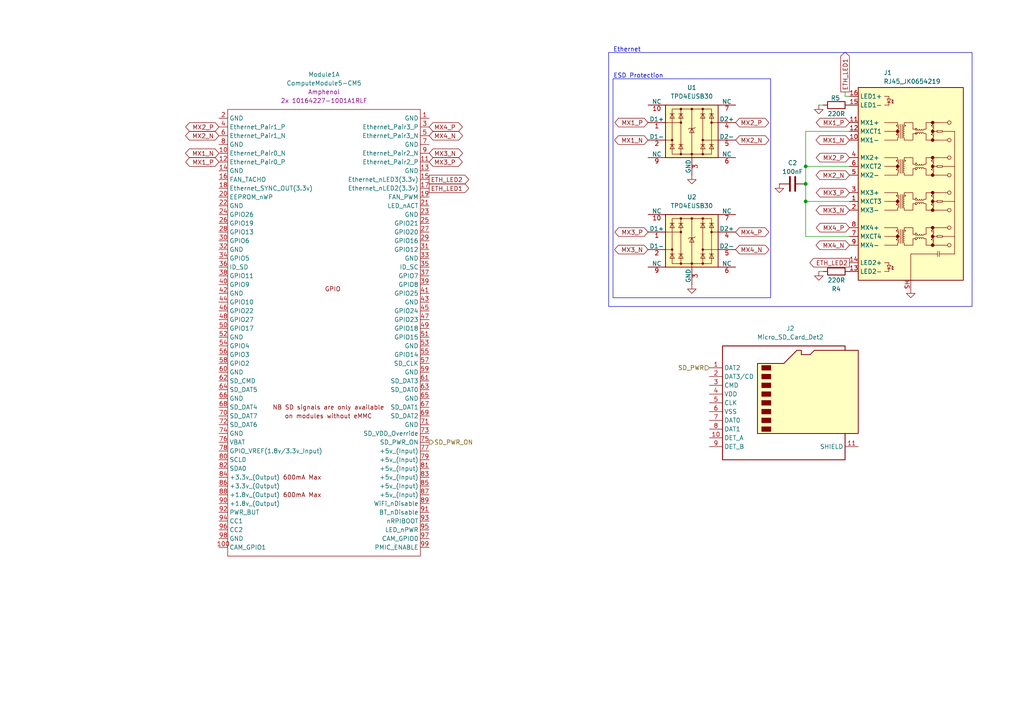
<source format=kicad_sch>
(kicad_sch (version 20231120) (generator "eeschema") (generator_version "8.0")
  (paper "A4")
  (lib_symbols
    (symbol "CM5:ComputeModule5-CM5"
      (property "Reference" "Module" (at 113.03 -68.58 0))
      (property "Value" "ComputeModule5-CM5" (at 140.97 2.54 0))
      (property "Field4" "Amphenol" (at 0 0 0))
      (property "Field5" "2x 10164227-1001A1RLF" (at 0 -2.54 0))
      (symbol "ComputeModule5-CM5_1_0"
        (text "GPIO" (at 0 6.35 0) (effects (font (size 1.27 1.27))))
      )
      (symbol "ComputeModule5-CM5_1_1"
        (rectangle (start -30.48 -71.12) (end 25.4 58.42))
        (text "600mA Max" (at -8.89 -53.34 0) (effects (font (size 1.27 1.27))))
        (text "600mA Max" (at -8.89 -48.26 0) (effects (font (size 1.27 1.27))))
        (text "NB SD signals are only available" (at -1.27 -27.94 0) (effects (font (size 1.27 1.27))))
        (text "on modules without eMMC" (at -1.27 -30.48 0) (effects (font (size 1.27 1.27))))
        (pin power_in line (at 27.94 55.88 180) (length 2.54) (name "GND") (number "1"))
        (pin passive line (at -33.02 45.72 0) (length 2.54) (name "Ethernet_Pair0_N") (number "10"))
        (pin passive line (at -33.02 -68.58 0) (length 2.54) (name "CAM_GPIO1") (number "100"))
        (pin passive line (at 27.94 43.18 180) (length 2.54) (name "Ethernet_Pair2_P") (number "11"))
        (pin passive line (at -33.02 43.18 0) (length 2.54) (name "Ethernet_Pair0_P") (number "12"))
        (pin power_in line (at 27.94 40.64 180) (length 2.54) (name "GND") (number "13"))
        (pin power_in line (at -33.02 40.64 0) (length 2.54) (name "GND") (number "14"))
        (pin output line (at 27.94 38.1 180) (length 2.54) (name "Ethernet_nLED3(3.3v)") (number "15"))
        (pin input line (at -33.02 38.1 0) (length 2.54) (name "FAN_TACHO") (number "16"))
        (pin output line (at 27.94 35.56 180) (length 2.54) (name "Ethernet_nLED2(3.3v)") (number "17"))
        (pin input line (at -33.02 35.56 0) (length 2.54) (name "Ethernet_SYNC_OUT(3.3v)") (number "18"))
        (pin output line (at 27.94 33.02 180) (length 2.54) (name "FAN_PWM") (number "19"))
        (pin power_in line (at -33.02 55.88 0) (length 2.54) (name "GND") (number "2"))
        (pin passive line (at -33.02 33.02 0) (length 2.54) (name "EEPROM_nWP") (number "20"))
        (pin open_collector line (at 27.94 30.48 180) (length 2.54) (name "LED_nACT") (number "21"))
        (pin power_in line (at -33.02 30.48 0) (length 2.54) (name "GND") (number "22"))
        (pin power_in line (at 27.94 27.94 180) (length 2.54) (name "GND") (number "23"))
        (pin passive line (at -33.02 27.94 0) (length 2.54) (name "GPIO26") (number "24"))
        (pin passive line (at 27.94 25.4 180) (length 2.54) (name "GPIO21") (number "25"))
        (pin passive line (at -33.02 25.4 0) (length 2.54) (name "GPIO19") (number "26"))
        (pin passive line (at 27.94 22.86 180) (length 2.54) (name "GPIO20") (number "27"))
        (pin passive line (at -33.02 22.86 0) (length 2.54) (name "GPIO13") (number "28"))
        (pin passive line (at 27.94 20.32 180) (length 2.54) (name "GPIO16") (number "29"))
        (pin passive line (at 27.94 53.34 180) (length 2.54) (name "Ethernet_Pair3_P") (number "3"))
        (pin passive line (at -33.02 20.32 0) (length 2.54) (name "GPIO6") (number "30"))
        (pin passive line (at 27.94 17.78 180) (length 2.54) (name "GPIO12") (number "31"))
        (pin power_in line (at -33.02 17.78 0) (length 2.54) (name "GND") (number "32"))
        (pin power_in line (at 27.94 15.24 180) (length 2.54) (name "GND") (number "33"))
        (pin passive line (at -33.02 15.24 0) (length 2.54) (name "GPIO5") (number "34"))
        (pin passive line (at 27.94 12.7 180) (length 2.54) (name "ID_SC") (number "35"))
        (pin passive line (at -33.02 12.7 0) (length 2.54) (name "ID_SD") (number "36"))
        (pin passive line (at 27.94 10.16 180) (length 2.54) (name "GPIO7") (number "37"))
        (pin passive line (at -33.02 10.16 0) (length 2.54) (name "GPIO11") (number "38"))
        (pin passive line (at 27.94 7.62 180) (length 2.54) (name "GPIO8") (number "39"))
        (pin passive line (at -33.02 53.34 0) (length 2.54) (name "Ethernet_Pair1_P") (number "4"))
        (pin passive line (at -33.02 7.62 0) (length 2.54) (name "GPIO9") (number "40"))
        (pin passive line (at 27.94 5.08 180) (length 2.54) (name "GPIO25") (number "41"))
        (pin power_in line (at -33.02 5.08 0) (length 2.54) (name "GND") (number "42"))
        (pin power_in line (at 27.94 2.54 180) (length 2.54) (name "GND") (number "43"))
        (pin passive line (at -33.02 2.54 0) (length 2.54) (name "GPIO10") (number "44"))
        (pin passive line (at 27.94 0 180) (length 2.54) (name "GPIO24") (number "45"))
        (pin passive line (at -33.02 0 0) (length 2.54) (name "GPIO22") (number "46"))
        (pin passive line (at 27.94 -2.54 180) (length 2.54) (name "GPIO23") (number "47"))
        (pin passive line (at -33.02 -2.54 0) (length 2.54) (name "GPIO27") (number "48"))
        (pin passive line (at 27.94 -5.08 180) (length 2.54) (name "GPIO18") (number "49"))
        (pin passive line (at 27.94 50.8 180) (length 2.54) (name "Ethernet_Pair3_N") (number "5"))
        (pin passive line (at -33.02 -5.08 0) (length 2.54) (name "GPIO17") (number "50"))
        (pin passive line (at 27.94 -7.62 180) (length 2.54) (name "GPIO15") (number "51"))
        (pin power_in line (at -33.02 -7.62 0) (length 2.54) (name "GND") (number "52"))
        (pin power_in line (at 27.94 -10.16 180) (length 2.54) (name "GND") (number "53"))
        (pin passive line (at -33.02 -10.16 0) (length 2.54) (name "GPIO4") (number "54"))
        (pin passive line (at 27.94 -12.7 180) (length 2.54) (name "GPIO14") (number "55"))
        (pin passive line (at -33.02 -12.7 0) (length 2.54) (name "GPIO3") (number "56"))
        (pin passive line (at 27.94 -15.24 180) (length 2.54) (name "SD_CLK") (number "57"))
        (pin passive line (at -33.02 -15.24 0) (length 2.54) (name "GPIO2") (number "58"))
        (pin power_in line (at 27.94 -17.78 180) (length 2.54) (name "GND") (number "59"))
        (pin passive line (at -33.02 50.8 0) (length 2.54) (name "Ethernet_Pair1_N") (number "6"))
        (pin power_in line (at -33.02 -17.78 0) (length 2.54) (name "GND") (number "60"))
        (pin passive line (at 27.94 -20.32 180) (length 2.54) (name "SD_DAT3") (number "61"))
        (pin passive line (at -33.02 -20.32 0) (length 2.54) (name "SD_CMD") (number "62"))
        (pin passive line (at 27.94 -22.86 180) (length 2.54) (name "SD_DAT0") (number "63"))
        (pin passive line (at -33.02 -22.86 0) (length 2.54) (name "SD_DAT5") (number "64"))
        (pin power_in line (at 27.94 -25.4 180) (length 2.54) (name "GND") (number "65"))
        (pin power_in line (at -33.02 -25.4 0) (length 2.54) (name "GND") (number "66"))
        (pin passive line (at 27.94 -27.94 180) (length 2.54) (name "SD_DAT1") (number "67"))
        (pin passive line (at -33.02 -27.94 0) (length 2.54) (name "SD_DAT4") (number "68"))
        (pin passive line (at 27.94 -30.48 180) (length 2.54) (name "SD_DAT2") (number "69"))
        (pin power_in line (at 27.94 48.26 180) (length 2.54) (name "GND") (number "7"))
        (pin passive line (at -33.02 -30.48 0) (length 2.54) (name "SD_DAT7") (number "70"))
        (pin power_in line (at 27.94 -33.02 180) (length 2.54) (name "GND") (number "71"))
        (pin passive line (at -33.02 -33.02 0) (length 2.54) (name "SD_DAT6") (number "72"))
        (pin input line (at 27.94 -35.56 180) (length 2.54) (name "SD_VDD_Override") (number "73"))
        (pin power_in line (at -33.02 -35.56 0) (length 2.54) (name "GND") (number "74"))
        (pin output line (at 27.94 -38.1 180) (length 2.54) (name "SD_PWR_ON") (number "75"))
        (pin passive line (at -33.02 -38.1 0) (length 2.54) (name "VBAT") (number "76"))
        (pin power_in line (at 27.94 -40.64 180) (length 2.54) (name "+5v_(Input)") (number "77"))
        (pin power_in line (at -33.02 -40.64 0) (length 2.54) (name "GPIO_VREF(1.8v/3.3v_Input)") (number "78"))
        (pin power_in line (at 27.94 -43.18 180) (length 2.54) (name "+5v_(Input)") (number "79"))
        (pin power_in line (at -33.02 48.26 0) (length 2.54) (name "GND") (number "8"))
        (pin passive line (at -33.02 -43.18 0) (length 2.54) (name "SCL0") (number "80"))
        (pin power_in line (at 27.94 -45.72 180) (length 2.54) (name "+5v_(Input)") (number "81"))
        (pin passive line (at -33.02 -45.72 0) (length 2.54) (name "SDA0") (number "82"))
        (pin power_in line (at 27.94 -48.26 180) (length 2.54) (name "+5v_(Input)") (number "83"))
        (pin power_out line (at -33.02 -48.26 0) (length 2.54) (name "+3.3v_(Output)") (number "84"))
        (pin power_in line (at 27.94 -50.8 180) (length 2.54) (name "+5v_(Input)") (number "85"))
        (pin passive line (at -33.02 -50.8 0) (length 2.54) (name "+3.3v_(Output)") (number "86"))
        (pin power_in line (at 27.94 -53.34 180) (length 2.54) (name "+5v_(Input)") (number "87"))
        (pin power_out line (at -33.02 -53.34 0) (length 2.54) (name "+1.8v_(Output)") (number "88"))
        (pin input line (at 27.94 -55.88 180) (length 2.54) (name "WiFi_nDisable") (number "89"))
        (pin passive line (at 27.94 45.72 180) (length 2.54) (name "Ethernet_Pair2_N") (number "9"))
        (pin passive line (at -33.02 -55.88 0) (length 2.54) (name "+1.8v_(Output)") (number "90"))
        (pin input line (at 27.94 -58.42 180) (length 2.54) (name "BT_nDisable") (number "91"))
        (pin passive line (at -33.02 -58.42 0) (length 2.54) (name "PWR_BUT") (number "92"))
        (pin input line (at 27.94 -60.96 180) (length 2.54) (name "nRPIBOOT") (number "93"))
        (pin passive line (at -33.02 -60.96 0) (length 2.54) (name "CC1") (number "94"))
        (pin output line (at 27.94 -63.5 180) (length 2.54) (name "LED_nPWR") (number "95"))
        (pin passive line (at -33.02 -63.5 0) (length 2.54) (name "CC2") (number "96"))
        (pin passive line (at 27.94 -66.04 180) (length 2.54) (name "CAM_GPIO0") (number "97"))
        (pin power_in line (at -33.02 -66.04 0) (length 2.54) (name "GND") (number "98"))
        (pin input line (at 27.94 -68.58 180) (length 2.54) (name "PMIC_ENABLE") (number "99"))
      )
      (symbol "ComputeModule5-CM5_2_1"
        (rectangle (start 114.3 -66.04) (end 165.1 63.5))
        (text "High Speed Serial" (at 140.97 0 0) (effects (font (size 1.27 1.27))))
        (pin input line (at 170.18 60.96 180) (length 5.08) (name "USB_OTG_ID") (number "101"))
        (pin input line (at 109.22 60.96 0) (length 5.08) (name "PCIe_nCLKREQ") (number "102"))
        (pin passive line (at 170.18 58.42 180) (length 5.08) (name "USB2_N") (number "103"))
        (pin input line (at 109.22 58.42 0) (length 5.08) (name "PCIE_nWAKE") (number "104"))
        (pin passive line (at 170.18 55.88 180) (length 5.08) (name "USB2_P") (number "105"))
        (pin output line (at 109.22 55.88 0) (length 5.08) (name "PCIE_PWR_EN") (number "106"))
        (pin power_in line (at 170.18 53.34 180) (length 5.08) (name "GND") (number "107"))
        (pin power_in line (at 109.22 53.34 0) (length 5.08) (name "GND") (number "108"))
        (pin output line (at 170.18 50.8 180) (length 5.08) (name "PCIe_nRST") (number "109"))
        (pin output line (at 109.22 50.8 0) (length 5.08) (name "PCIe_CLK_P") (number "110"))
        (pin output line (at 170.18 48.26 180) (length 5.08) (name "VBUS_EN") (number "111"))
        (pin output line (at 109.22 48.26 0) (length 5.08) (name "PCIe_CLK_N") (number "112"))
        (pin power_in line (at 170.18 45.72 180) (length 5.08) (name "GND") (number "113"))
        (pin power_in line (at 109.22 45.72 0) (length 5.08) (name "GND") (number "114"))
        (pin input line (at 170.18 43.18 180) (length 5.08) (name "MIPI0_D0_N") (number "115"))
        (pin input line (at 109.22 43.18 0) (length 5.08) (name "PCIe_RX_P") (number "116"))
        (pin input line (at 170.18 40.64 180) (length 5.08) (name "MIPI0_D0_P") (number "117"))
        (pin input line (at 109.22 40.64 0) (length 5.08) (name "PCIe_RX_N") (number "118"))
        (pin power_in line (at 170.18 38.1 180) (length 5.08) (name "GND") (number "119"))
        (pin power_in line (at 109.22 38.1 0) (length 5.08) (name "GND") (number "120"))
        (pin input line (at 170.18 35.56 180) (length 5.08) (name "MIPI0_D1_N") (number "121"))
        (pin output line (at 109.22 35.56 0) (length 5.08) (name "PCIe_TX_P") (number "122"))
        (pin input line (at 170.18 33.02 180) (length 5.08) (name "MIPI0_D1_P") (number "123"))
        (pin output line (at 109.22 33.02 0) (length 5.08) (name "PCIe_TX_N") (number "124"))
        (pin power_in line (at 170.18 30.48 180) (length 5.08) (name "GND") (number "125"))
        (pin power_in line (at 109.22 30.48 0) (length 5.08) (name "GND") (number "126"))
        (pin input line (at 170.18 27.94 180) (length 5.08) (name "MIPI0_C_N") (number "127"))
        (pin input line (at 109.22 27.94 0) (length 5.08) (name "USB3-0-RX_N") (number "128"))
        (pin input line (at 170.18 25.4 180) (length 5.08) (name "MIPI0_C_P") (number "129"))
        (pin input line (at 109.22 25.4 0) (length 5.08) (name "USB3-0-RX_P") (number "130"))
        (pin power_in line (at 170.18 22.86 180) (length 5.08) (name "GND") (number "131"))
        (pin power_in line (at 109.22 22.86 0) (length 5.08) (name "GND") (number "132"))
        (pin input line (at 170.18 20.32 180) (length 5.08) (name "MIPI0_D2_N") (number "133"))
        (pin passive line (at 109.22 20.32 0) (length 5.08) (name "USB3-0-D_P") (number "134"))
        (pin input line (at 170.18 17.78 180) (length 5.08) (name "MIPI0_D2_P") (number "135"))
        (pin passive line (at 109.22 17.78 0) (length 5.08) (name "USB3-0-D_N") (number "136"))
        (pin power_in line (at 170.18 15.24 180) (length 5.08) (name "GND") (number "137"))
        (pin power_in line (at 109.22 15.24 0) (length 5.08) (name "GND") (number "138"))
        (pin input line (at 170.18 12.7 180) (length 5.08) (name "MIPI0_D3_N") (number "139"))
        (pin output line (at 109.22 12.7 0) (length 5.08) (name "USB3-0-TX_N") (number "140"))
        (pin input line (at 170.18 10.16 180) (length 5.08) (name "MIPI0_D3_P") (number "141"))
        (pin output line (at 109.22 10.16 0) (length 5.08) (name "USB3-0-TX_P") (number "142"))
        (pin input line (at 170.18 7.62 180) (length 5.08) (name "HDMI1_HOTPLUG") (number "143"))
        (pin power_in line (at 109.22 7.62 0) (length 5.08) (name "GND") (number "144"))
        (pin bidirectional line (at 170.18 5.08 180) (length 5.08) (name "HDMI1_SDA") (number "145"))
        (pin output line (at 109.22 5.08 0) (length 5.08) (name "HDMI1_TX2_P") (number "146"))
        (pin open_collector line (at 170.18 2.54 180) (length 5.08) (name "HDMI1_SCL") (number "147"))
        (pin output line (at 109.22 2.54 0) (length 5.08) (name "HDMI1_TX2_N") (number "148"))
        (pin open_collector line (at 170.18 0 180) (length 5.08) (name "HDMI1_CEC") (number "149"))
        (pin power_in line (at 109.22 0 0) (length 5.08) (name "GND") (number "150"))
        (pin open_collector line (at 170.18 -2.54 180) (length 5.08) (name "HDMI0_CEC") (number "151"))
        (pin output line (at 109.22 -2.54 0) (length 5.08) (name "HDMI1_TX1_P") (number "152"))
        (pin input line (at 170.18 -5.08 180) (length 5.08) (name "HDMI0_HOTPLUG") (number "153"))
        (pin output line (at 109.22 -5.08 0) (length 5.08) (name "HDMI1_TX1_N") (number "154"))
        (pin power_in line (at 170.18 -7.62 180) (length 5.08) (name "GND") (number "155"))
        (pin power_in line (at 109.22 -7.62 0) (length 5.08) (name "GND") (number "156"))
        (pin input line (at 170.18 -10.16 180) (length 5.08) (name "USB3-1-RX_N") (number "157"))
        (pin output line (at 109.22 -10.16 0) (length 5.08) (name "HDMI1_TX0_P") (number "158"))
        (pin input line (at 170.18 -12.7 180) (length 5.08) (name "USB3-1-RX_P") (number "159"))
        (pin output line (at 109.22 -12.7 0) (length 5.08) (name "HDMI1_TX0_N") (number "160"))
        (pin power_in line (at 170.18 -15.24 180) (length 5.08) (name "GND") (number "161"))
        (pin power_in line (at 109.22 -15.24 0) (length 5.08) (name "GND") (number "162"))
        (pin passive line (at 170.18 -17.78 180) (length 5.08) (name "USB3-1-D_P") (number "163"))
        (pin output line (at 109.22 -17.78 0) (length 5.08) (name "HDMI1_CLK_P") (number "164"))
        (pin passive line (at 170.18 -20.32 180) (length 5.08) (name "USB3-1-D_N") (number "165"))
        (pin output line (at 109.22 -20.32 0) (length 5.08) (name "HDMI1_CLK_N") (number "166"))
        (pin power_in line (at 170.18 -22.86 180) (length 5.08) (name "GND") (number "167"))
        (pin power_in line (at 109.22 -22.86 0) (length 5.08) (name "GND") (number "168"))
        (pin output line (at 170.18 -25.4 180) (length 5.08) (name "USB3-1-TX_N") (number "169"))
        (pin output line (at 109.22 -25.4 0) (length 5.08) (name "HDMI0_TX2_P") (number "170"))
        (pin output line (at 170.18 -27.94 180) (length 5.08) (name "USB3-1-TX_P") (number "171"))
        (pin output line (at 109.22 -27.94 0) (length 5.08) (name "HDMI0_TX2_N") (number "172"))
        (pin power_in line (at 170.18 -30.48 180) (length 5.08) (name "GND") (number "173"))
        (pin power_in line (at 109.22 -30.48 0) (length 5.08) (name "GND") (number "174"))
        (pin output line (at 170.18 -33.02 180) (length 5.08) (name "MIPI1_D0_N") (number "175"))
        (pin output line (at 109.22 -33.02 0) (length 5.08) (name "HDMI0_TX1_P") (number "176"))
        (pin output line (at 170.18 -35.56 180) (length 5.08) (name "MIPI1_D0_P") (number "177"))
        (pin output line (at 109.22 -35.56 0) (length 5.08) (name "HDMI0_TX1_N") (number "178"))
        (pin power_in line (at 170.18 -38.1 180) (length 5.08) (name "GND") (number "179"))
        (pin power_in line (at 109.22 -38.1 0) (length 5.08) (name "GND") (number "180"))
        (pin output line (at 170.18 -40.64 180) (length 5.08) (name "MIPI1_D1_N") (number "181"))
        (pin output line (at 109.22 -40.64 0) (length 5.08) (name "HDMI0_TX0_P") (number "182"))
        (pin output line (at 170.18 -43.18 180) (length 5.08) (name "MIPI1_D1_P") (number "183"))
        (pin output line (at 109.22 -43.18 0) (length 5.08) (name "HDMI0_TX0_N") (number "184"))
        (pin power_in line (at 170.18 -45.72 180) (length 5.08) (name "GND") (number "185"))
        (pin power_in line (at 109.22 -45.72 0) (length 5.08) (name "GND") (number "186"))
        (pin output line (at 170.18 -48.26 180) (length 5.08) (name "MIPI1_C_N") (number "187"))
        (pin output line (at 109.22 -48.26 0) (length 5.08) (name "HDMI0_CLK_P") (number "188"))
        (pin output line (at 170.18 -50.8 180) (length 5.08) (name "MIPI1_C_P") (number "189"))
        (pin output line (at 109.22 -50.8 0) (length 5.08) (name "HDMI0_CLK_N") (number "190"))
        (pin power_in line (at 170.18 -53.34 180) (length 5.08) (name "GND") (number "191"))
        (pin power_in line (at 109.22 -53.34 0) (length 5.08) (name "GND") (number "192"))
        (pin output line (at 170.18 -55.88 180) (length 5.08) (name "MIPI1_D2_N") (number "193"))
        (pin output line (at 109.22 -55.88 0) (length 5.08) (name "MIPI1_D3_N") (number "194"))
        (pin output line (at 170.18 -58.42 180) (length 5.08) (name "MIPI1_D2_P") (number "195"))
        (pin output line (at 109.22 -58.42 0) (length 5.08) (name "MIPI1_D3_P") (number "196"))
        (pin power_in line (at 170.18 -60.96 180) (length 5.08) (name "GND") (number "197"))
        (pin power_in line (at 109.22 -60.96 0) (length 5.08) (name "GND") (number "198"))
        (pin bidirectional line (at 170.18 -63.5 180) (length 5.08) (name "HDMI0_SDA") (number "199"))
        (pin open_collector line (at 109.22 -63.5 0) (length 5.08) (name "HDMI0_SCL") (number "200"))
      )
    )
    (symbol "Connector:Micro_SD_Card_Det2"
      (property "Reference" "J" (at -16.51 17.78 0))
      (property "Value" "Micro_SD_Card_Det2" (at 16.51 17.78 0))
      (symbol "Micro_SD_Card_Det2_0_1"
        (rectangle (start -7.62 -6.985) (end -5.08 -8.255) (stroke (width 0.254)) (fill (type outline)))
        (rectangle (start -7.62 -4.445) (end -5.08 -5.715) (stroke (width 0.254)) (fill (type outline)))
        (rectangle (start -7.62 -1.905) (end -5.08 -3.175) (stroke (width 0.254)) (fill (type outline)))
        (rectangle (start -7.62 0.635) (end -5.08 -0.635) (stroke (width 0.254)) (fill (type outline)))
        (rectangle (start -7.62 3.175) (end -5.08 1.905) (stroke (width 0.254)) (fill (type outline)))
        (rectangle (start -7.62 5.715) (end -5.08 4.445) (stroke (width 0.254)) (fill (type outline)))
        (rectangle (start -7.62 8.255) (end -5.08 6.985) (stroke (width 0.254)) (fill (type outline)))
        (rectangle (start -7.62 10.795) (end -5.08 9.525) (stroke (width 0.254)) (fill (type outline)))
        (polyline (pts (xy 16.51 15.24) (xy 16.51 16.51) (xy -19.05 16.51) (xy -19.05 -16.51) (xy 16.51 -16.51) (xy 16.51 -8.89)) (stroke (width 0.254)))
        (polyline (pts (xy -8.89 -8.89) (xy -8.89 11.43) (xy -1.27 11.43) (xy 2.54 15.24) (xy 3.81 15.24) (xy 3.81 13.97) (xy 6.35 13.97) (xy 7.62 15.24) (xy 20.32 15.24) (xy 20.32 -8.89) (xy -8.89 -8.89)) (stroke (width 0.254)) (fill (type background)))
      )
      (symbol "Micro_SD_Card_Det2_1_1"
        (pin bidirectional line (at -22.86 10.16 0) (length 3.81) (name "DAT2") (number "1"))
        (pin passive line (at -22.86 -10.16 0) (length 3.81) (name "DET_A") (number "10"))
        (pin passive line (at 20.32 -12.7 180) (length 3.81) (name "SHIELD") (number "11"))
        (pin bidirectional line (at -22.86 7.62 0) (length 3.81) (name "DAT3/CD") (number "2"))
        (pin input line (at -22.86 5.08 0) (length 3.81) (name "CMD") (number "3"))
        (pin power_in line (at -22.86 2.54 0) (length 3.81) (name "VDD") (number "4"))
        (pin input line (at -22.86 0 0) (length 3.81) (name "CLK") (number "5"))
        (pin power_in line (at -22.86 -2.54 0) (length 3.81) (name "VSS") (number "6"))
        (pin bidirectional line (at -22.86 -5.08 0) (length 3.81) (name "DAT0") (number "7"))
        (pin bidirectional line (at -22.86 -7.62 0) (length 3.81) (name "DAT1") (number "8"))
        (pin passive line (at -22.86 -12.7 0) (length 3.81) (name "DET_B") (number "9"))
      )
    )
    (symbol "Connector:RJ45_JK0654219"
      (property "Reference" "J" (at -15.24 29.21 0))
      (property "Value" "RJ45_JK0654219" (at 10.16 29.21 0))
      (symbol "RJ45_JK0654219_0_0"
        (circle (center -3.81 -15.24) (radius 0.0001) (stroke (width 0.508)))
        (circle (center -3.81 -5.08) (radius 0.0001) (stroke (width 0.508)))
        (circle (center -3.81 5.08) (radius 0.0001) (stroke (width 0.508)))
        (circle (center -3.81 15.24) (radius 0.0001) (stroke (width 0.508)))
        (circle (center 6.35 -17.78) (radius 0.0001) (stroke (width 0.508)))
        (circle (center 6.35 -15.24) (radius 0.0001) (stroke (width 0.508)))
        (circle (center 6.35 -12.7) (radius 0.0001) (stroke (width 0.508)))
        (circle (center 6.35 -7.62) (radius 0.0001) (stroke (width 0.508)))
        (circle (center 6.35 -5.08) (radius 0.0001) (stroke (width 0.508)))
        (circle (center 6.35 -2.54) (radius 0.0001) (stroke (width 0.508)))
        (circle (center 6.35 2.54) (radius 0.0001) (stroke (width 0.508)))
        (circle (center 6.35 5.08) (radius 0.0001) (stroke (width 0.508)))
        (circle (center 6.35 7.62) (radius 0.0001) (stroke (width 0.508)))
        (circle (center 6.35 12.7) (radius 0.0001) (stroke (width 0.508)))
        (circle (center 6.35 15.24) (radius 0.0001) (stroke (width 0.508)))
        (circle (center 6.35 17.78) (radius 0.0001) (stroke (width 0.508)))
      )
      (symbol "RJ45_JK0654219_0_1"
        (rectangle (start -15.24 27.94) (end 15.24 -27.94) (stroke (width 0.254)) (fill (type background)))
        (circle (center -4.064 -16.129) (radius 0.127) (fill (type outline)))
        (circle (center -4.064 -13.589) (radius 0.127) (fill (type outline)))
        (circle (center -4.064 -5.969) (radius 0.127) (fill (type outline)))
        (circle (center -4.064 -3.429) (radius 0.127) (fill (type outline)))
        (circle (center -4.064 4.191) (radius 0.127) (fill (type outline)))
        (circle (center -4.064 6.731) (radius 0.127) (fill (type outline)))
        (circle (center -4.064 14.351) (radius 0.127) (fill (type outline)))
        (circle (center -4.064 16.891) (radius 0.127) (fill (type outline)))
        (arc (start -3.81 -17.145) (mid -3.5052 -16.8402) (end -3.81 -16.51))
        (arc (start -3.81 -16.51) (mid -3.5052 -16.2052) (end -3.81 -15.875))
        (arc (start -3.81 -14.605) (mid -3.5052 -14.3002) (end -3.81 -13.97))
        (arc (start -3.81 -13.97) (mid -3.5052 -13.6652) (end -3.81 -13.335))
        (arc (start -3.81 -6.985) (mid -3.5052 -6.6802) (end -3.81 -6.35))
        (arc (start -3.81 -6.35) (mid -3.5052 -6.0452) (end -3.81 -5.715))
        (arc (start -3.81 -4.445) (mid -3.5052 -4.1402) (end -3.81 -3.81))
        (arc (start -3.81 -3.81) (mid -3.5052 -3.5052) (end -3.81 -3.175))
        (arc (start -3.81 3.175) (mid -3.5052 3.4798) (end -3.81 3.81))
        (arc (start -3.81 3.81) (mid -3.5052 4.1148) (end -3.81 4.445))
        (arc (start -3.81 5.715) (mid -3.5052 6.0198) (end -3.81 6.35))
        (arc (start -3.81 6.35) (mid -3.5052 6.6548) (end -3.81 6.985))
        (arc (start -3.81 13.335) (mid -3.5052 13.6398) (end -3.81 13.97))
        (arc (start -3.81 13.97) (mid -3.5052 14.2748) (end -3.81 14.605))
        (arc (start -3.81 15.875) (mid -3.5052 16.1798) (end -3.81 16.51))
        (arc (start -3.81 16.51) (mid -3.5052 16.8148) (end -3.81 17.145))
        (arc (start -1.905 -16.51) (mid -2.2098 -16.8148) (end -1.905 -17.145))
        (arc (start -1.905 -15.875) (mid -2.2098 -16.1798) (end -1.905 -16.51))
        (arc (start -1.905 -15.24) (mid -2.2098 -15.5448) (end -1.905 -15.875))
        (arc (start -1.905 -14.605) (mid -2.2098 -14.9098) (end -1.905 -15.24))
        (arc (start -1.905 -13.97) (mid -2.2098 -14.2748) (end -1.905 -14.605))
        (arc (start -1.905 -13.335) (mid -2.2098 -13.6398) (end -1.905 -13.97))
        (arc (start -1.905 -6.35) (mid -2.2098 -6.6548) (end -1.905 -6.985))
        (arc (start -1.905 -5.715) (mid -2.2098 -6.0198) (end -1.905 -6.35))
        (arc (start -1.905 -5.08) (mid -2.2098 -5.3848) (end -1.905 -5.715))
        (arc (start -1.905 -4.445) (mid -2.2098 -4.7498) (end -1.905 -5.08))
        (arc (start -1.905 -3.81) (mid -2.2098 -4.1148) (end -1.905 -4.445))
        (arc (start -1.905 -3.175) (mid -2.2098 -3.4798) (end -1.905 -3.81))
        (arc (start -1.905 3.81) (mid -2.2098 3.5052) (end -1.905 3.175))
        (arc (start -1.905 4.445) (mid -2.2098 4.1402) (end -1.905 3.81))
        (arc (start -1.905 5.08) (mid -2.2098 4.7752) (end -1.905 4.445))
        (arc (start -1.905 5.715) (mid -2.2098 5.4102) (end -1.905 5.08))
        (arc (start -1.905 6.35) (mid -2.2098 6.0452) (end -1.905 5.715))
        (arc (start -1.905 6.985) (mid -2.2098 6.6802) (end -1.905 6.35))
        (arc (start -1.905 13.97) (mid -2.2098 13.6652) (end -1.905 13.335))
        (arc (start -1.905 14.605) (mid -2.2098 14.3002) (end -1.905 13.97))
        (arc (start -1.905 15.24) (mid -2.2098 14.9352) (end -1.905 14.605))
        (arc (start -1.905 15.875) (mid -2.2098 15.5702) (end -1.905 15.24))
        (arc (start -1.905 16.51) (mid -2.2098 16.2052) (end -1.905 15.875))
        (arc (start -1.905 17.145) (mid -2.2098 16.8402) (end -1.905 16.51))
        (circle (center -1.651 -13.589) (radius 0.127) (fill (type outline)))
        (circle (center -1.651 -3.429) (radius 0.127) (fill (type outline)))
        (circle (center -1.651 6.731) (radius 0.127) (fill (type outline)))
        (circle (center -1.651 16.891) (radius 0.127) (fill (type outline)))
        (polyline (pts (xy -7.62 -17.78) (xy -3.81 -17.78)))
        (polyline (pts (xy -7.62 -15.24) (xy -6.35 -15.24)))
        (polyline (pts (xy -7.62 -12.7) (xy -3.81 -12.7)))
        (polyline (pts (xy -7.62 -7.62) (xy -3.81 -7.62)))
        (polyline (pts (xy -7.62 -5.08) (xy -6.35 -5.08)))
        (polyline (pts (xy -7.62 -2.54) (xy -3.81 -2.54)))
        (polyline (pts (xy -7.62 2.54) (xy -3.81 2.54)))
        (polyline (pts (xy -7.62 5.08) (xy -6.35 5.08)))
        (polyline (pts (xy -7.62 7.62) (xy -3.81 7.62)))
        (polyline (pts (xy -7.62 12.7) (xy -3.81 12.7)))
        (polyline (pts (xy -7.62 15.24) (xy -6.35 15.24)))
        (polyline (pts (xy -7.62 17.78) (xy -3.81 17.78)))
        (polyline (pts (xy -6.35 -15.24) (xy -3.81 -15.24)))
        (polyline (pts (xy -6.35 -5.08) (xy -3.81 -5.08)))
        (polyline (pts (xy -6.35 5.08) (xy -3.81 5.08)))
        (polyline (pts (xy -6.35 15.24) (xy -3.81 15.24)))
        (polyline (pts (xy -3.81 -17.78) (xy -3.81 -17.145)))
        (polyline (pts (xy -3.81 -15.24) (xy -3.81 -15.875)))
        (polyline (pts (xy -3.81 -15.24) (xy -3.81 -14.605)))
        (polyline (pts (xy -3.81 -12.7) (xy -3.81 -13.335)))
        (polyline (pts (xy -3.81 -7.62) (xy -3.81 -6.985)))
        (polyline (pts (xy -3.81 -5.08) (xy -3.81 -5.715)))
        (polyline (pts (xy -3.81 -5.08) (xy -3.81 -4.445)))
        (polyline (pts (xy -3.81 -2.54) (xy -3.81 -3.175)))
        (polyline (pts (xy -3.81 2.54) (xy -3.81 3.175)))
        (polyline (pts (xy -3.81 5.08) (xy -3.81 4.445)))
        (polyline (pts (xy -3.81 5.08) (xy -3.81 5.715)))
        (polyline (pts (xy -3.81 7.62) (xy -3.81 6.985)))
        (polyline (pts (xy -3.81 12.7) (xy -3.81 13.335)))
        (polyline (pts (xy -3.81 15.24) (xy -3.81 14.605)))
        (polyline (pts (xy -3.81 15.24) (xy -3.81 15.875)))
        (polyline (pts (xy -3.81 17.78) (xy -3.81 17.145)))
        (polyline (pts (xy -3.048 -17.272) (xy -3.048 -13.208)))
        (polyline (pts (xy -3.048 -7.112) (xy -3.048 -3.048)))
        (polyline (pts (xy -3.048 3.048) (xy -3.048 7.112)))
        (polyline (pts (xy -3.048 13.208) (xy -3.048 17.272)))
        (polyline (pts (xy -2.54 -17.272) (xy -2.54 -13.208)))
        (polyline (pts (xy -2.54 -7.112) (xy -2.54 -3.048)))
        (polyline (pts (xy -2.54 3.048) (xy -2.54 7.112)))
        (polyline (pts (xy -2.54 13.208) (xy -2.54 17.272)))
        (polyline (pts (xy 0.635 -14.605) (xy 1.27 -14.605)))
        (polyline (pts (xy 0.635 -4.445) (xy 1.27 -4.445)))
        (polyline (pts (xy 0.635 5.715) (xy 1.27 5.715)))
        (polyline (pts (xy 0.635 15.875) (xy 1.27 15.875)))
        (polyline (pts (xy 4.445 -17.78) (xy 5.715 -17.78)))
        (polyline (pts (xy 4.445 -12.7) (xy 5.715 -12.7)))
        (polyline (pts (xy 4.445 -7.62) (xy 5.715 -7.62)))
        (polyline (pts (xy 4.445 -2.54) (xy 5.715 -2.54)))
        (polyline (pts (xy 4.445 2.54) (xy 5.715 2.54)))
        (polyline (pts (xy 4.445 7.62) (xy 5.715 7.62)))
        (polyline (pts (xy 4.445 12.7) (xy 5.715 12.7)))
        (polyline (pts (xy 4.445 17.78) (xy 5.715 17.78)))
        (polyline (pts (xy 6.35 -15.24) (xy 6.35 -15.875)))
        (polyline (pts (xy 6.35 -15.24) (xy 6.35 -14.605)))
        (polyline (pts (xy 6.35 -5.08) (xy 6.35 -5.715)))
        (polyline (pts (xy 6.35 -5.08) (xy 6.35 -4.445)))
        (polyline (pts (xy 6.35 5.08) (xy 6.35 4.445)))
        (polyline (pts (xy 6.35 5.08) (xy 6.35 5.715)))
        (polyline (pts (xy 6.35 15.24) (xy 6.35 14.605)))
        (polyline (pts (xy 6.35 15.24) (xy 6.35 15.875)))
        (polyline (pts (xy 7.62 -17.78) (xy 6.35 -17.78)))
        (polyline (pts (xy 7.62 -17.78) (xy 10.668 -17.78)))
        (polyline (pts (xy 7.62 -15.24) (xy 6.35 -15.24)))
        (polyline (pts (xy 7.62 -12.7) (xy 6.35 -12.7)))
        (polyline (pts (xy 7.62 -12.7) (xy 10.668 -12.7)))
        (polyline (pts (xy 7.62 -7.62) (xy 6.35 -7.62)))
        (polyline (pts (xy 7.62 -7.62) (xy 10.668 -7.62)))
        (polyline (pts (xy 7.62 -5.08) (xy 6.35 -5.08)))
        (polyline (pts (xy 7.62 -2.54) (xy 6.35 -2.54)))
        (polyline (pts (xy 7.62 -2.54) (xy 10.668 -2.54)))
        (polyline (pts (xy 7.62 2.54) (xy 6.35 2.54)))
        (polyline (pts (xy 7.62 2.54) (xy 10.668 2.54)))
        (polyline (pts (xy 7.62 5.08) (xy 6.35 5.08)))
        (polyline (pts (xy 7.62 7.62) (xy 6.35 7.62)))
        (polyline (pts (xy 7.62 7.62) (xy 10.668 7.62)))
        (polyline (pts (xy 7.62 12.7) (xy 6.35 12.7)))
        (polyline (pts (xy 7.62 12.7) (xy 10.668 12.7)))
        (polyline (pts (xy 7.62 15.24) (xy 6.35 15.24)))
        (polyline (pts (xy 7.62 17.78) (xy 6.35 17.78)))
        (polyline (pts (xy 7.62 17.78) (xy 10.668 17.78)))
        (polyline (pts (xy 7.747 -19.558) (xy 7.747 -21.082)) (stroke (width 0.1524)))
        (polyline (pts (xy 8.255 -20.32) (xy 12.7 -20.32)))
        (polyline (pts (xy 8.255 -19.558) (xy 8.255 -21.082)) (stroke (width 0.1524)))
        (polyline (pts (xy 9.144 -15.24) (xy 12.7 -15.24)))
        (polyline (pts (xy 9.144 -5.08) (xy 12.7 -5.08)))
        (polyline (pts (xy 9.144 5.08) (xy 12.7 5.08)))
        (polyline (pts (xy 12.7 -20.32) (xy 12.7 15.24)))
        (polyline (pts (xy 12.7 15.24) (xy 9.144 15.24)))
        (polyline (pts (xy -1.905 -17.145) (xy -1.905 -17.78) (xy 0 -17.78)))
        (polyline (pts (xy -1.905 -13.335) (xy -1.905 -12.7) (xy 0 -12.7)))
        (polyline (pts (xy -1.905 -6.985) (xy -1.905 -7.62) (xy 0 -7.62)))
        (polyline (pts (xy -1.905 -3.175) (xy -1.905 -2.54) (xy 0 -2.54)))
        (polyline (pts (xy -1.905 3.175) (xy -1.905 2.54) (xy 0 2.54)))
        (polyline (pts (xy -1.905 6.985) (xy -1.905 7.62) (xy 0 7.62)))
        (polyline (pts (xy -1.905 13.335) (xy -1.905 12.7) (xy 0 12.7)))
        (polyline (pts (xy -1.905 17.145) (xy -1.905 17.78) (xy 0 17.78)))
        (polyline (pts (xy 0 -12.7) (xy 0.635 -12.7) (xy 0.635 -14.605)))
        (polyline (pts (xy 0 -2.54) (xy 0.635 -2.54) (xy 0.635 -4.445)))
        (polyline (pts (xy 0 7.62) (xy 0.635 7.62) (xy 0.635 5.715)))
        (polyline (pts (xy 0 17.78) (xy 0.635 17.78) (xy 0.635 15.875)))
        (polyline (pts (xy 3.81 -15.875) (xy 4.445 -15.875) (xy 4.445 -17.78)))
        (polyline (pts (xy 3.81 -14.605) (xy 4.445 -14.605) (xy 4.445 -12.7)))
        (polyline (pts (xy 3.81 -5.715) (xy 4.445 -5.715) (xy 4.445 -7.62)))
        (polyline (pts (xy 3.81 -4.445) (xy 4.445 -4.445) (xy 4.445 -2.54)))
        (polyline (pts (xy 3.81 4.445) (xy 4.445 4.445) (xy 4.445 2.54)))
        (polyline (pts (xy 3.81 5.715) (xy 4.445 5.715) (xy 4.445 7.62)))
        (polyline (pts (xy 3.81 14.605) (xy 4.445 14.605) (xy 4.445 12.7)))
        (polyline (pts (xy 3.81 15.875) (xy 4.445 15.875) (xy 4.445 17.78)))
        (polyline (pts (xy 5.715 -17.78) (xy 6.35 -17.78) (xy 6.35 -17.145)))
        (polyline (pts (xy 5.715 -12.7) (xy 6.35 -12.7) (xy 6.35 -13.335)))
        (polyline (pts (xy 5.715 -7.62) (xy 6.35 -7.62) (xy 6.35 -6.985)))
        (polyline (pts (xy 5.715 -2.54) (xy 6.35 -2.54) (xy 6.35 -3.175)))
        (polyline (pts (xy 5.715 2.54) (xy 6.35 2.54) (xy 6.35 3.175)))
        (polyline (pts (xy 5.715 7.62) (xy 6.35 7.62) (xy 6.35 6.985)))
        (polyline (pts (xy 5.715 12.7) (xy 6.35 12.7) (xy 6.35 13.335)))
        (polyline (pts (xy 5.715 17.78) (xy 6.35 17.78) (xy 6.35 17.145)))
        (polyline (pts (xy 7.747 -20.32) (xy 0 -20.32) (xy 0 -27.94)))
        (polyline (pts (xy 0 -17.78) (xy 0.635 -17.78) (xy 0.635 -15.875) (xy 1.27 -15.875)))
        (polyline (pts (xy 0 -7.62) (xy 0.635 -7.62) (xy 0.635 -5.715) (xy 1.27 -5.715)))
        (polyline (pts (xy 0 2.54) (xy 0.635 2.54) (xy 0.635 4.445) (xy 1.27 4.445)))
        (polyline (pts (xy 0 12.7) (xy 0.635 12.7) (xy 0.635 14.605) (xy 1.27 14.605)))
        (arc (start 1.27 -14.605) (mid 1.5748 -14.9098) (end 1.905 -14.605))
        (arc (start 1.27 -4.445) (mid 1.5748 -4.7498) (end 1.905 -4.445))
        (arc (start 1.27 5.715) (mid 1.5748 5.4102) (end 1.905 5.715))
        (arc (start 1.27 15.875) (mid 1.5748 15.5702) (end 1.905 15.875))
        (circle (center 1.524 -16.129) (radius 0.127) (fill (type outline)))
        (circle (center 1.524 -14.351) (radius 0.127) (fill (type outline)))
        (circle (center 1.524 -5.969) (radius 0.127) (fill (type outline)))
        (circle (center 1.524 -4.191) (radius 0.127) (fill (type outline)))
        (circle (center 1.524 4.191) (radius 0.127) (fill (type outline)))
        (circle (center 1.524 5.969) (radius 0.127) (fill (type outline)))
        (circle (center 1.5494 14.5034) (radius 0.127) (fill (type outline)))
        (circle (center 1.5494 16.0274) (radius 0.127) (fill (type outline)))
        (arc (start 1.905 -15.875) (mid 1.6002 -15.5702) (end 1.27 -15.875))
        (arc (start 1.905 -14.605) (mid 2.2098 -14.9098) (end 2.54 -14.605))
        (arc (start 1.905 -5.715) (mid 1.6002 -5.4102) (end 1.27 -5.715))
        (arc (start 1.905 -4.445) (mid 2.2098 -4.7498) (end 2.54 -4.445))
        (arc (start 1.905 4.445) (mid 1.6002 4.7498) (end 1.27 4.445))
        (arc (start 1.905 5.715) (mid 2.2098 5.4102) (end 2.54 5.715))
        (arc (start 1.905 14.605) (mid 1.6002 14.9098) (end 1.27 14.605))
        (arc (start 1.905 15.875) (mid 2.2098 15.5702) (end 2.54 15.875))
        (arc (start 2.54 -15.875) (mid 2.2352 -15.5702) (end 1.905 -15.875))
        (arc (start 2.54 -14.605) (mid 2.8448 -14.9098) (end 3.175 -14.605))
        (arc (start 2.54 -5.715) (mid 2.2352 -5.4102) (end 1.905 -5.715))
        (arc (start 2.54 -4.445) (mid 2.8448 -4.7498) (end 3.175 -4.445))
        (arc (start 2.54 4.445) (mid 2.2352 4.7498) (end 1.905 4.445))
        (arc (start 2.54 5.715) (mid 2.8448 5.4102) (end 3.175 5.715))
        (arc (start 2.54 14.605) (mid 2.2352 14.9098) (end 1.905 14.605))
        (arc (start 2.54 15.875) (mid 2.8448 15.5702) (end 3.175 15.875))
        (arc (start 3.175 -15.875) (mid 2.8702 -15.5702) (end 2.54 -15.875))
        (arc (start 3.175 -14.605) (mid 3.4798 -14.9098) (end 3.81 -14.605))
        (arc (start 3.175 -5.715) (mid 2.8702 -5.4102) (end 2.54 -5.715))
        (arc (start 3.175 -4.445) (mid 3.4798 -4.7498) (end 3.81 -4.445))
        (arc (start 3.175 4.445) (mid 2.8702 4.7498) (end 2.54 4.445))
        (arc (start 3.175 5.715) (mid 3.4798 5.4102) (end 3.81 5.715))
        (arc (start 3.175 14.605) (mid 2.8702 14.9098) (end 2.54 14.605))
        (arc (start 3.175 15.875) (mid 3.4798 15.5702) (end 3.81 15.875))
        (arc (start 3.81 -15.875) (mid 3.5052 -15.5702) (end 3.175 -15.875))
        (arc (start 3.81 -5.715) (mid 3.5052 -5.4102) (end 3.175 -5.715))
        (arc (start 3.81 4.445) (mid 3.5052 4.7498) (end 3.175 4.445))
        (arc (start 3.81 14.605) (mid 3.5052 14.9098) (end 3.175 14.605))
        (circle (center 6.096 -16.129) (radius 0.127) (fill (type outline)))
        (circle (center 6.096 -13.589) (radius 0.127) (fill (type outline)))
        (circle (center 6.096 -5.969) (radius 0.127) (fill (type outline)))
        (circle (center 6.096 -3.429) (radius 0.127) (fill (type outline)))
        (circle (center 6.096 4.191) (radius 0.127) (fill (type outline)))
        (circle (center 6.096 6.731) (radius 0.127) (fill (type outline)))
        (circle (center 6.096 14.351) (radius 0.127) (fill (type outline)))
        (circle (center 6.096 16.891) (radius 0.127) (fill (type outline)))
        (arc (start 6.35 -17.145) (mid 6.6548 -16.8275) (end 6.35 -16.51))
        (arc (start 6.35 -16.51) (mid 6.6548 -16.1925) (end 6.35 -15.875))
        (arc (start 6.35 -14.605) (mid 6.6548 -14.2875) (end 6.35 -13.97))
        (arc (start 6.35 -13.97) (mid 6.6548 -13.6525) (end 6.35 -13.335))
        (arc (start 6.35 -6.985) (mid 6.6548 -6.6675) (end 6.35 -6.35))
        (arc (start 6.35 -6.35) (mid 6.6548 -6.0325) (end 6.35 -5.715))
        (arc (start 6.35 -4.445) (mid 6.6548 -4.1275) (end 6.35 -3.81))
        (arc (start 6.35 -3.81) (mid 6.6548 -3.4925) (end 6.35 -3.175))
        (arc (start 6.35 3.175) (mid 6.6548 3.4925) (end 6.35 3.81))
        (arc (start 6.35 3.81) (mid 6.6548 4.1275) (end 6.35 4.445))
        (arc (start 6.35 5.715) (mid 6.6548 6.0325) (end 6.35 6.35))
        (arc (start 6.35 6.35) (mid 6.6548 6.6675) (end 6.35 6.985))
        (arc (start 6.35 13.335) (mid 6.6548 13.6525) (end 6.35 13.97))
        (arc (start 6.35 13.97) (mid 6.6548 14.2875) (end 6.35 14.605))
        (arc (start 6.35 15.875) (mid 6.6548 16.1925) (end 6.35 16.51))
        (arc (start 6.35 16.51) (mid 6.6548 16.8275) (end 6.35 17.145))
        (rectangle (start 7.62 -14.986) (end 9.144 -15.494))
        (rectangle (start 7.62 -4.826) (end 9.144 -5.334))
        (rectangle (start 7.62 5.334) (end 9.144 4.826))
        (rectangle (start 7.62 15.494) (end 9.144 14.986))
        (circle (center 11.176 -17.78) (radius 0.508))
        (circle (center 11.176 -12.7) (radius 0.508))
        (circle (center 11.176 -7.62) (radius 0.508))
        (circle (center 11.176 -2.54) (radius 0.508))
        (circle (center 11.176 2.54) (radius 0.508))
        (circle (center 11.176 7.62) (radius 0.508))
        (circle (center 11.176 12.7) (radius 0.508))
        (circle (center 11.176 17.78) (radius 0.508))
      )
      (symbol "RJ45_JK0654219_1_1"
        (polyline (pts (xy -7.62 -25.4) (xy -6.35 -25.4)))
        (polyline (pts (xy -7.62 -22.86) (xy -6.35 -22.86)))
        (polyline (pts (xy -7.62 22.86) (xy -6.35 22.86)))
        (polyline (pts (xy -7.62 25.4) (xy -6.35 25.4)))
        (polyline (pts (xy -6.858 -24.638) (xy -5.842 -24.638)))
        (polyline (pts (xy -6.858 23.622) (xy -5.842 23.622)))
        (polyline (pts (xy -6.35 -25.4) (xy -6.35 -24.638)))
        (polyline (pts (xy -6.35 -22.86) (xy -6.35 -23.622)))
        (polyline (pts (xy -6.35 22.86) (xy -6.35 23.622)))
        (polyline (pts (xy -6.35 25.4) (xy -6.35 24.638)))
        (polyline (pts (xy -5.08 -24.892) (xy -5.207 -24.511)))
        (polyline (pts (xy -5.08 -24.257) (xy -5.207 -23.876)))
        (polyline (pts (xy -5.08 23.368) (xy -5.207 23.749)))
        (polyline (pts (xy -5.08 24.003) (xy -5.207 24.384)))
        (polyline (pts (xy -5.588 -24.384) (xy -5.08 -24.892) (xy -5.461 -24.765)))
        (polyline (pts (xy -5.588 -23.749) (xy -5.08 -24.257) (xy -5.461 -24.13)))
        (polyline (pts (xy -5.588 23.876) (xy -5.08 23.368) (xy -5.461 23.495)))
        (polyline (pts (xy -5.588 24.511) (xy -5.08 24.003) (xy -5.461 24.13)))
        (polyline (pts (xy -6.35 -24.638) (xy -6.858 -23.622) (xy -5.842 -23.622) (xy -6.35 -24.638)))
        (polyline (pts (xy -6.35 23.622) (xy -6.858 24.638) (xy -5.842 24.638) (xy -6.35 23.622)))
        (pin passive line (at -17.78 -5.08 0) (length 2.54) (name "MXCT3") (number "1"))
        (pin passive line (at -17.78 12.7 0) (length 2.54) (name "MX1-") (number "10"))
        (pin passive line (at -17.78 17.78 0) (length 2.54) (name "MX1+") (number "11"))
        (pin passive line (at -17.78 15.24 0) (length 2.54) (name "MXCT1") (number "12"))
        (pin passive line (at -17.78 -25.4 0) (length 2.54) (name "LED2-") (number "13"))
        (pin passive line (at -17.78 -22.86 0) (length 2.54) (name "LED2+") (number "14"))
        (pin passive line (at -17.78 22.86 0) (length 2.54) (name "LED1-") (number "15"))
        (pin passive line (at -17.78 25.4 0) (length 2.54) (name "LED1+") (number "16"))
        (pin passive line (at -17.78 -7.62 0) (length 2.54) (name "MX3-") (number "2"))
        (pin passive line (at -17.78 -2.54 0) (length 2.54) (name "MX3+") (number "3"))
        (pin passive line (at -17.78 7.62 0) (length 2.54) (name "MX2+") (number "4"))
        (pin passive line (at -17.78 2.54 0) (length 2.54) (name "MX2-") (number "5"))
        (pin passive line (at -17.78 5.08 0) (length 2.54) (name "MXCT2") (number "6"))
        (pin passive line (at -17.78 -15.24 0) (length 2.54) (name "MXCT4") (number "7"))
        (pin passive line (at -17.78 -12.7 0) (length 2.54) (name "MX4+") (number "8"))
        (pin passive line (at -17.78 -17.78 0) (length 2.54) (name "MX4-") (number "9"))
        (pin passive line (at 0 -30.48 90) (length 2.54) (name "~") (number "SH"))
      )
    )
    (symbol "Device:C" (pin_numbers hide) (pin_names (offset 0.254))
      (property "Reference" "C" (at 0.635 2.54 0))
      (property "Value" "C" (at 0.635 -2.54 0))
      (symbol "C_0_1"
        (polyline (pts (xy -2.032 -0.762) (xy 2.032 -0.762)) (stroke (width 0.508)))
        (polyline (pts (xy -2.032 0.762) (xy 2.032 0.762)) (stroke (width 0.508)))
      )
      (symbol "C_1_1"
        (pin passive line (at 0 3.81 270) (length 2.794) (name "~") (number "1"))
        (pin passive line (at 0 -3.81 90) (length 2.794) (name "~") (number "2"))
      )
    )
    (symbol "Device:R" (pin_numbers hide) (pin_names (offset 0))
      (property "Reference" "R" (at 2.032 0 90))
      (property "Value" "R" (at 0 0 90))
      (symbol "R_0_1"
        (rectangle (start -1.016 -2.54) (end 1.016 2.54) (stroke (width 0.254)))
      )
      (symbol "R_1_1"
        (pin passive line (at 0 3.81 270) (length 1.27) (name "~") (number "1"))
        (pin passive line (at 0 -3.81 90) (length 1.27) (name "~") (number "2"))
      )
    )
    (symbol "Power_Protection:TPD4EUSB30" (pin_names (offset 0))
      (property "Reference" "U" (at -0.635 8.89 0))
      (property "Value" "TPD4EUSB30" (at 8.89 -10.16 0))
      (symbol "TPD4EUSB30_0_0"
        (rectangle (start -5.715 6.477) (end 5.715 -6.604))
        (polyline (pts (xy -3.175 -6.604) (xy -3.175 6.477)))
        (polyline (pts (xy 0 6.477) (xy 0 -6.604)))
        (polyline (pts (xy 3.175 6.477) (xy 3.175 -6.604)))
      )
      (symbol "TPD4EUSB30_0_1"
        (rectangle (start -7.62 7.62) (end 7.62 -7.62) (stroke (width 0.254)) (fill (type background)))
        (circle (center -5.715 -2.54) (radius 0.2794) (fill (type outline)))
        (circle (center -3.175 -6.604) (radius 0.2794) (fill (type outline)))
        (circle (center -3.175 2.54) (radius 0.2794) (fill (type outline)))
        (circle (center -3.175 6.477) (radius 0.2794) (fill (type outline)))
        (circle (center 0 -6.604) (radius 0.2794) (fill (type outline)))
        (polyline (pts (xy -7.747 2.54) (xy -3.175 2.54)))
        (polyline (pts (xy -7.62 -2.54) (xy -5.715 -2.54)))
        (polyline (pts (xy -5.08 -3.81) (xy -6.35 -3.81)))
        (polyline (pts (xy -5.08 5.08) (xy -6.35 5.08)))
        (polyline (pts (xy -2.54 -3.81) (xy -3.81 -3.81)))
        (polyline (pts (xy -2.54 5.08) (xy -3.81 5.08)))
        (polyline (pts (xy -0.635 0.889) (xy -1.016 0.635)))
        (polyline (pts (xy 0 -6.604) (xy 0 -7.62)))
        (polyline (pts (xy 0.635 0.889) (xy -0.635 0.889)))
        (polyline (pts (xy 0.635 0.889) (xy 1.016 1.143)))
        (polyline (pts (xy 3.81 -3.81) (xy 2.54 -3.81)))
        (polyline (pts (xy 3.81 5.08) (xy 2.54 5.08)))
        (polyline (pts (xy 6.35 -3.81) (xy 5.08 -3.81)))
        (polyline (pts (xy 6.35 5.08) (xy 5.08 5.08)))
        (polyline (pts (xy 7.62 -2.54) (xy 3.175 -2.54)))
        (polyline (pts (xy 7.62 2.54) (xy 5.715 2.54)))
        (polyline (pts (xy -5.08 -5.08) (xy -6.35 -5.08) (xy -5.715 -3.81) (xy -5.08 -5.08)))
        (polyline (pts (xy -5.08 3.81) (xy -6.35 3.81) (xy -5.715 5.08) (xy -5.08 3.81)))
        (polyline (pts (xy -2.54 -5.08) (xy -3.81 -5.08) (xy -3.175 -3.81) (xy -2.54 -5.08)))
        (polyline (pts (xy -2.54 3.81) (xy -3.81 3.81) (xy -3.175 5.08) (xy -2.54 3.81)))
        (polyline (pts (xy 0.635 -0.381) (xy -0.635 -0.381) (xy 0 0.889) (xy 0.635 -0.381)))
        (polyline (pts (xy 3.81 -5.08) (xy 2.54 -5.08) (xy 3.175 -3.81) (xy 3.81 -5.08)))
        (polyline (pts (xy 3.81 3.81) (xy 2.54 3.81) (xy 3.175 5.08) (xy 3.81 3.81)))
        (polyline (pts (xy 6.35 -5.08) (xy 5.08 -5.08) (xy 5.715 -3.81) (xy 6.35 -5.08)))
        (polyline (pts (xy 6.35 3.81) (xy 5.08 3.81) (xy 5.715 5.08) (xy 6.35 3.81)))
        (circle (center 0 6.477) (radius 0.2794) (fill (type outline)))
        (circle (center 3.175 -6.604) (radius 0.2794) (fill (type outline)))
        (circle (center 3.175 -2.54) (radius 0.2794) (fill (type outline)))
        (circle (center 3.175 6.477) (radius 0.2794) (fill (type outline)))
        (circle (center 5.715 2.54) (radius 0.2794) (fill (type outline)))
      )
      (symbol "TPD4EUSB30_1_1"
        (pin passive line (at -12.7 2.54 0) (length 5.08) (name "D1+") (number "1"))
        (pin free line (at -12.7 7.62 0) (length 5.08) (name "NC") (number "10"))
        (pin passive line (at -12.7 -2.54 0) (length 5.08) (name "D1-") (number "2"))
        (pin power_in line (at 0 -12.7 90) (length 5.08) (name "GND") (number "3"))
        (pin passive line (at 12.7 2.54 180) (length 5.08) (name "D2+") (number "4"))
        (pin passive line (at 12.7 -2.54 180) (length 5.08) (name "D2-") (number "5"))
        (pin free line (at 12.7 -7.62 180) (length 5.08) (name "NC") (number "6"))
        (pin free line (at 12.7 7.62 180) (length 5.08) (name "NC") (number "7"))
        (pin passive line (at 0 -12.7 90) (length 5.08) hide (name "GND") (number "8"))
        (pin free line (at -12.7 -7.62 0) (length 5.08) (name "NC") (number "9"))
      )
    )
    (symbol "power:GND" (power) (pin_numbers hide) (pin_names (offset 0) hide)
      (property "Value" "GND" (at 0 -3.81 0))
      (symbol "GND_0_1"
        (polyline (pts (xy 0 0) (xy 0 -1.27) (xy 1.27 -1.27) (xy 0 -2.54) (xy -1.27 -1.27) (xy 0 -1.27)))
      )
      (symbol "GND_1_1"
        (pin power_in line (at 0 0 270) (length 0) (name "~") (number "1"))
      )
    )
  )
  (junction (at 233.68 53.34))
  (junction (at 233.68 58.42))
  (junction (at 233.68 48.26))
  (wire (pts (xy 233.68 68.58) (xy 233.68 58.42)))
  (wire (pts (xy 233.68 58.42) (xy 233.68 53.34)))
  (wire (pts (xy 233.68 48.26) (xy 246.38 48.26)))
  (wire (pts (xy 237.49 30.48) (xy 238.76 30.48)))
  (wire (pts (xy 233.68 38.1) (xy 246.38 38.1)))
  (wire (pts (xy 245.11 27.94) (xy 246.38 27.94)))
  (wire (pts (xy 233.68 58.42) (xy 246.38 58.42)))
  (wire (pts (xy 233.68 48.26) (xy 233.68 38.1)))
  (wire (pts (xy 237.49 78.74) (xy 238.76 78.74)))
  (wire (pts (xy 245.11 26.67) (xy 245.11 27.94)))
  (wire (pts (xy 246.38 68.58) (xy 233.68 68.58)))
  (wire (pts (xy 233.68 53.34) (xy 233.68 48.26)))
  (rectangle (start 177.8 22.86) (end 223.52 86.36))
  (rectangle (start 176.53 15.24) (end 281.94 88.9))
  (text "ESD Protection" (at 185.166 22.098 0) (effects (font (size 1.27 1.27))))
  (text "Ethernet" (at 181.864 14.478 0) (effects (font (size 1.27 1.27))))
  (global_label "MX4_P" (shape bidirectional) (at 124.46 36.83 0) (property "Intersheetrefs" "${INTERSHEET_REFS}" (effects (hide yes))))
  (global_label "MX1_P" (shape bidirectional) (at 63.5 46.99 180) (property "Intersheetrefs" "${INTERSHEET_REFS}" (effects (hide yes))))
  (global_label "MX2_P" (shape bidirectional) (at 63.5 36.83 180) (property "Intersheetrefs" "${INTERSHEET_REFS}" (effects (hide yes))))
  (global_label "ETH_LED1" (shape output) (at 245.11 26.67 90) (property "Intersheetrefs" "${INTERSHEET_REFS}" (effects (hide yes))))
  (global_label "MX4_N" (shape bidirectional) (at 124.46 39.37 0) (property "Intersheetrefs" "${INTERSHEET_REFS}" (effects (hide yes))))
  (global_label "ETH_LED2" (shape output) (at 124.46 52.07 0) (property "Intersheetrefs" "${INTERSHEET_REFS}" (effects (hide yes))))
  (global_label "MX2_P" (shape bidirectional) (at 213.36 35.56 0) (property "Intersheetrefs" "${INTERSHEET_REFS}" (effects (hide yes))))
  (global_label "MX3_P" (shape bidirectional) (at 124.46 46.99 0) (property "Intersheetrefs" "${INTERSHEET_REFS}" (effects (hide yes))))
  (global_label "MX3_N" (shape bidirectional) (at 246.38 60.96 180) (property "Intersheetrefs" "${INTERSHEET_REFS}" (effects (hide yes))))
  (global_label "MX3_N" (shape bidirectional) (at 124.46 44.45 0) (property "Intersheetrefs" "${INTERSHEET_REFS}" (effects (hide yes))))
  (global_label "MX1_N" (shape bidirectional) (at 246.38 40.64 180) (property "Intersheetrefs" "${INTERSHEET_REFS}" (effects (hide yes))))
  (global_label "ETH_LED2" (shape output) (at 246.38 76.2 180) (property "Intersheetrefs" "${INTERSHEET_REFS}" (effects (hide yes))))
  (global_label "MX4_N" (shape bidirectional) (at 246.38 71.12 180) (property "Intersheetrefs" "${INTERSHEET_REFS}" (effects (hide yes))))
  (global_label "MX1_N" (shape bidirectional) (at 187.96 40.64 180) (property "Intersheetrefs" "${INTERSHEET_REFS}" (effects (hide yes))))
  (global_label "MX1_P" (shape bidirectional) (at 187.96 35.56 180) (property "Intersheetrefs" "${INTERSHEET_REFS}" (effects (hide yes))))
  (global_label "MX4_P" (shape bidirectional) (at 246.38 66.04 180) (property "Intersheetrefs" "${INTERSHEET_REFS}" (effects (hide yes))))
  (global_label "MX2_N" (shape bidirectional) (at 246.38 50.8 180) (property "Intersheetrefs" "${INTERSHEET_REFS}" (effects (hide yes))))
  (global_label "MX3_P" (shape bidirectional) (at 246.38 55.88 180) (property "Intersheetrefs" "${INTERSHEET_REFS}" (effects (hide yes))))
  (global_label "MX3_P" (shape bidirectional) (at 187.96 67.31 180) (property "Intersheetrefs" "${INTERSHEET_REFS}" (effects (hide yes))))
  (global_label "MX1_N" (shape bidirectional) (at 63.5 44.45 180) (property "Intersheetrefs" "${INTERSHEET_REFS}" (effects (hide yes))))
  (global_label "MX4_P" (shape bidirectional) (at 213.36 67.31 0) (property "Intersheetrefs" "${INTERSHEET_REFS}" (effects (hide yes))))
  (global_label "MX2_N" (shape bidirectional) (at 63.5 39.37 180) (property "Intersheetrefs" "${INTERSHEET_REFS}" (effects (hide yes))))
  (global_label "MX2_P" (shape bidirectional) (at 246.38 45.72 180) (property "Intersheetrefs" "${INTERSHEET_REFS}" (effects (hide yes))))
  (global_label "MX3_N" (shape bidirectional) (at 187.96 72.39 180) (property "Intersheetrefs" "${INTERSHEET_REFS}" (effects (hide yes))))
  (global_label "MX2_N" (shape bidirectional) (at 213.36 40.64 0) (property "Intersheetrefs" "${INTERSHEET_REFS}" (effects (hide yes))))
  (global_label "MX4_N" (shape bidirectional) (at 213.36 72.39 0) (property "Intersheetrefs" "${INTERSHEET_REFS}" (effects (hide yes))))
  (global_label "MX1_P" (shape bidirectional) (at 246.38 35.56 180) (property "Intersheetrefs" "${INTERSHEET_REFS}" (effects (hide yes))))
  (global_label "ETH_LED1" (shape output) (at 124.46 54.61 0) (property "Intersheetrefs" "${INTERSHEET_REFS}" (effects (hide yes))))
  (hierarchical_label "SD_PWR" (shape input) (at 205.74 106.68 180))
  (hierarchical_label "SD_PWR_ON" (shape output) (at 124.46 128.27 0))
  (symbol (lib_id "Connector:RJ45_JK0654219") (at 264.16 53.34 0) (unit 1)
    (property "Reference" "J1" (at 256.286 21.082 0) (effects (justify left)))
    (property "Value" "RJ45_JK0654219" (at 256.286 23.622 0) (effects (justify left)))
    (property "Footprint" "Connector_RJ:RJ45_Pulse_JK0654219NL_Horizontal" (effects (hide yes)))
    (property "Datasheet" "https://media.digikey.com/pdf/Data%20Sheets/Pulse%20PDFs/JK%20Series.pdf" (effects (hide yes)))
    (property "Description" "1 Port RJ45 Magjack Connector Through Hole 10/100/1000 Base-T, AutoMDIX" (effects (hide yes)))
  )
  (symbol (lib_id "power:GND") (at 200.66 82.55 0) (unit 1)
    (property "Reference" "#PWR08" (effects (hide yes)))
    (property "Value" "GND" (effects (hide yes)))
    (property "Description" "Power symbol creates a global label with name \"GND\" , ground" (effects (hide yes)))
  )
  (symbol (lib_id "power:GND") (at 237.49 78.74 0) (unit 1)
    (property "Reference" "#PWR05" (effects (hide yes)))
    (property "Value" "GND" (effects (hide yes)))
    (property "Description" "Power symbol creates a global label with name \"GND\" , ground" (effects (hide yes)))
  )
  (symbol (lib_id "Device:C") (at 229.87 53.34 90) (unit 1)
    (property "Reference" "C2" (at 229.87 47.244 90))
    (property "Value" "100nF" (at 229.87 49.784 90))
    (property "Description" "Unpolarized capacitor" (effects (hide yes)))
  )
  (symbol (lib_id "CM5:ComputeModule5-CM5") (at 96.52 90.17 0) (unit 1)
    (property "Reference" "Module1" (at 93.98 21.59 0))
    (property "Value" "ComputeModule5-CM5" (at 93.98 24.13 0))
    (property "Footprint" "CM5IO:Raspberry-Pi-5-Compute-Module" (effects (hide yes)))
    (property "Description" "RaspberryPi Compute module 5" (effects (hide yes)))
    (property "Field4" "Amphenol" (at 93.98 26.67 0))
    (property "Field5" "2x 10164227-1001A1RLF" (at 93.98 29.21 0))
  )
  (symbol (lib_id "power:GND") (at 237.49 30.48 0) (unit 1)
    (property "Reference" "#PWR06" (effects (hide yes)))
    (property "Value" "GND" (effects (hide yes)))
    (property "Description" "Power symbol creates a global label with name \"GND\" , ground" (effects (hide yes)))
  )
  (symbol (lib_id "Connector:Micro_SD_Card_Det2") (at 228.6 116.84 0) (unit 1)
    (property "Reference" "J2" (at 229.235 95.25 0))
    (property "Value" "Micro_SD_Card_Det2" (at 229.235 97.79 0))
    (property "Datasheet" "https://www.hirose.com/en/product/document?clcode=&productname=&series=DM3&documenttype=Catalog&lang=en&documentid=D49662_en" (effects (hide yes)))
    (property "Description" "Micro SD Card Socket with two card detection pins" (effects (hide yes)))
  )
  (symbol (lib_id "power:GND") (at 226.06 53.34 0) (unit 1)
    (property "Reference" "#PWR03" (effects (hide yes)))
    (property "Value" "GND" (effects (hide yes)))
    (property "Description" "Power symbol creates a global label with name \"GND\" , ground" (effects (hide yes)))
  )
  (symbol (lib_id "Device:R") (at 242.57 78.74 270) (mirror x) (unit 1)
    (property "Reference" "R4" (at 242.57 83.82 90))
    (property "Value" "220R" (at 242.57 81.28 90))
    (property "Description" "Resistor" (effects (hide yes)))
  )
  (symbol (lib_id "power:GND") (at 264.16 83.82 0) (unit 1)
    (property "Reference" "#PWR04" (effects (hide yes)))
    (property "Value" "GND" (effects (hide yes)))
    (property "Description" "Power symbol creates a global label with name \"GND\" , ground" (effects (hide yes)))
  )
  (symbol (lib_id "Device:R") (at 242.57 30.48 270) (mirror x) (unit 1)
    (property "Reference" "R5" (at 242.316 28.448 90))
    (property "Value" "220R" (at 242.57 33.02 90))
    (property "Description" "Resistor" (effects (hide yes)))
  )
  (symbol (lib_id "Power_Protection:TPD4EUSB30") (at 200.66 69.85 0) (unit 1)
    (property "Reference" "U2" (at 200.66 57.15 0))
    (property "Value" "TPD4EUSB30" (at 200.66 59.69 0))
    (property "Footprint" "Package_SON:USON-10_2.5x1.0mm_P0.5mm" (effects (hide yes)))
    (property "Datasheet" "http://www.ti.com/lit/ds/symlink/tpd2eusb30a.pdf" (effects (hide yes)))
    (property "Description" "4-Channel ESD Protection for Super-Speed USB 3.0 Interface, USON-10" (effects (hide yes)))
  )
  (symbol (lib_id "Power_Protection:TPD4EUSB30") (at 200.66 38.1 0) (unit 1)
    (property "Reference" "U1" (at 200.66 25.4 0))
    (property "Value" "TPD4EUSB30" (at 200.66 27.94 0))
    (property "Footprint" "Package_SON:USON-10_2.5x1.0mm_P0.5mm" (effects (hide yes)))
    (property "Datasheet" "http://www.ti.com/lit/ds/symlink/tpd2eusb30a.pdf" (effects (hide yes)))
    (property "Description" "4-Channel ESD Protection for Super-Speed USB 3.0 Interface, USON-10" (effects (hide yes)))
  )
  (symbol (lib_id "power:GND") (at 200.66 50.8 0) (unit 1)
    (property "Reference" "#PWR07" (effects (hide yes)))
    (property "Value" "GND" (effects (hide yes)))
    (property "Description" "Power symbol creates a global label with name \"GND\" , ground" (effects (hide yes)))
  )
)
</source>
